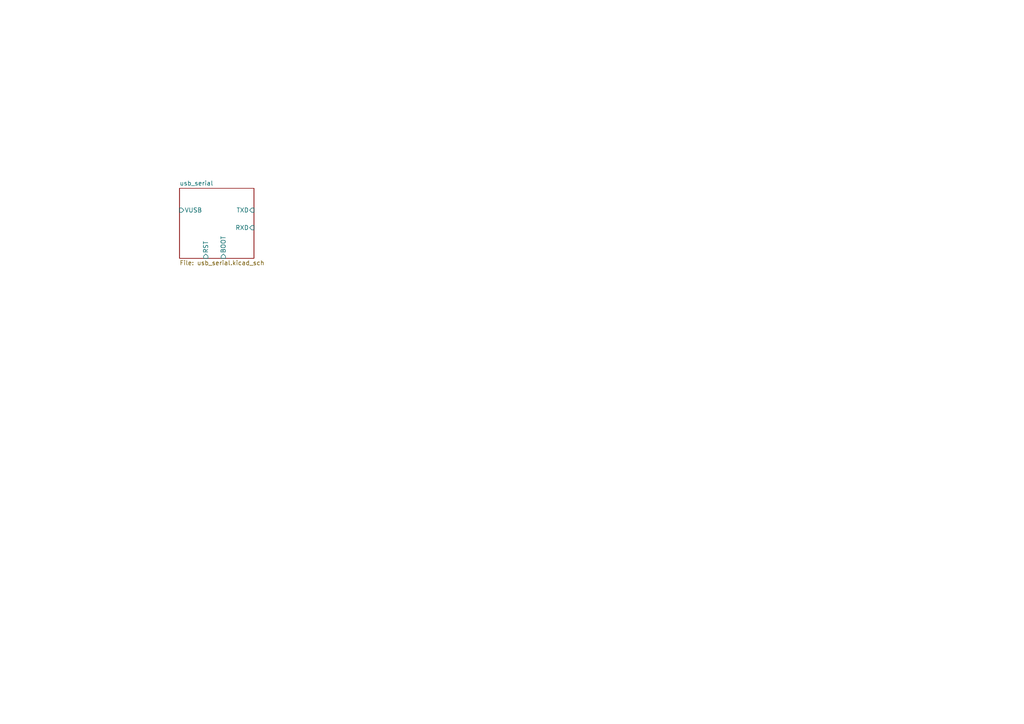
<source format=kicad_sch>
(kicad_sch
	(version 20231120)
	(generator "eeschema")
	(generator_version "8.0")
	(uuid "48ddfdd8-68fa-4e63-aa18-bc113cdf8cfa")
	(paper "A4")
	(lib_symbols)
	(sheet
		(at 52.07 54.61)
		(size 21.59 20.32)
		(fields_autoplaced yes)
		(stroke
			(width 0.1524)
			(type solid)
		)
		(fill
			(color 0 0 0 0.0000)
		)
		(uuid "40a89d48-d368-4e4b-908b-bb2f51f881bc")
		(property "Sheetname" "usb_serial"
			(at 52.07 53.8984 0)
			(effects
				(font
					(size 1.27 1.27)
				)
				(justify left bottom)
			)
		)
		(property "Sheetfile" "usb_serial.kicad_sch"
			(at 52.07 75.5146 0)
			(effects
				(font
					(size 1.27 1.27)
				)
				(justify left top)
			)
		)
		(pin "VUSB" input
			(at 52.07 60.96 180)
			(effects
				(font
					(size 1.27 1.27)
				)
				(justify left)
			)
			(uuid "1f1f9d39-a506-46a8-bfa0-e2d0bd8938d4")
		)
		(pin "TXD" input
			(at 73.66 60.96 0)
			(effects
				(font
					(size 1.27 1.27)
				)
				(justify right)
			)
			(uuid "7d64a3b4-90b9-4d9c-ae55-b7fa30f8a655")
		)
		(pin "RST" input
			(at 59.69 74.93 270)
			(effects
				(font
					(size 1.27 1.27)
				)
				(justify left)
			)
			(uuid "7dae559b-cde3-44c4-9c50-461b5d51489b")
		)
		(pin "BOOT" input
			(at 64.77 74.93 270)
			(effects
				(font
					(size 1.27 1.27)
				)
				(justify left)
			)
			(uuid "e853a0b0-0b0c-45bb-bac8-89e5fcd37528")
		)
		(pin "RXD" input
			(at 73.66 66.04 0)
			(effects
				(font
					(size 1.27 1.27)
				)
				(justify right)
			)
			(uuid "e69c582d-eb5d-4a19-8d41-c42c234d87c7")
		)
		(instances
			(project "usbserial"
				(path "/48ddfdd8-68fa-4e63-aa18-bc113cdf8cfa"
					(page "4")
				)
			)
		)
	)
	(sheet_instances
		(path "/"
			(page "1")
		)
	)
)

</source>
